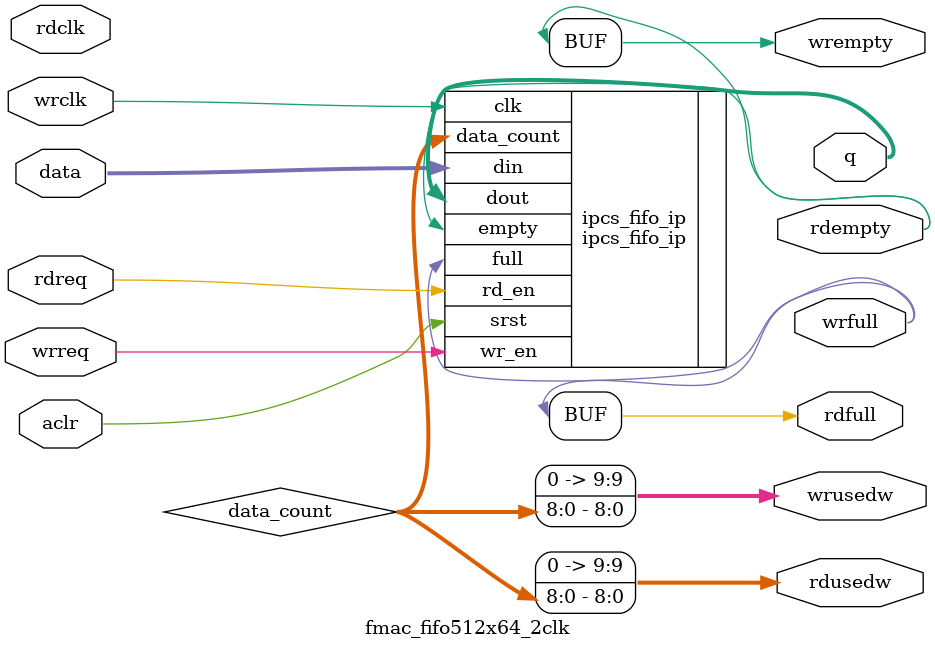
<source format=v>


`timescale 1ns/10ps

module fmac_fifo512x64_2clk 

(
			aclr,

			wrclk,                            // i,Clk for writing data                                    
			wrreq,                            // i,request to write                                        
			data,                             // i,Data coming in                                          
			wrfull,                           // o,indicates fifo is full or not (To avoid overiding)      
			wrempty,                          // o,indicates fifo is empty or not (to avoid underflow)        
			wrusedw,                          // o,number of slots currently in use for writting                                                                    
                                                                                                           
		    rdclk,                             // i,Clk for reading data                                   
			rdreq,                           	// i,Request to read from FIFO                               
			q,    	                         	// o,Data coming out                                         
			rdfull,                          	  // o,indicates fifo is full or not (To avoid overiding)     
			rdempty,                         	 // o,indicates fifo is empty or not (to avoid underflow)        
			rdusedw                          	  //o, number of slots currently in use for reading 

);

parameter 	  WIDTH = 64,
			  DEPTH = 512,
			  PTR	= 9;



			input wire aclr;

			input  wire 				wrclk;                       // i,Clk for writing data                                    
			input  wire 				wrreq;                       // i,request to write                                        
			input  wire [WIDTH-1 : 0]	data;                        // i,Data coming in                                          
			output wire					wrfull;                      // o,indicates fifo is full or not (To avoid overiding)      
			output wire 			 	wrempty;                     // o,indicates fifo is empty or not (to avoid underflow)                             
			output wire	[PTR : 0]		wrusedw;                     // o,number of slots currently in use for writting                                                                                         
                                                                                                                                  
		    input  wire 				rdclk;                        // i,Clk for reading data                                   
			input  wire 				rdreq;                      	// i,Request to read from FIFO                               
			output wire [WIDTH-1 : 0]	q;    		                	// o,Data coming out                                         
			output wire 				rdfull;                     	 // o,indicates fifo is full or not (To avoid overiding)   
			output wire 				rdempty;                    	  // o,indicates fifo is empty or not (to avoid underflow)       
			output wire [PTR  : 0] 		rdusedw;                    	    //o, number of slots currently in use for reading     


            wire		[PTR-1  : 0]	data_count;     // number of slots currently in use for writting  

	assign	wrusedw	=	{1'b0, data_count};
	assign	rdusedw	=	{1'b0, data_count};
	assign	wrempty	=	rdempty;
	assign	rdfull	=	wrfull;
	
	
	ipcs_fifo_ip 	
						//#(.WIDTH (8),		
					  	//	  .DEPTH (4096),
					 	//	  .PTR	 (12) )		
 											
    ipcs_fifo_ip (
			.srst	(aclr),		
			
			.clk	(wrclk),			// Clk to write data
			.wr_en	(wrreq),	      	// write enable                                                
			.din	(data),		  		// write data                                                 
			.full	(wrfull),	      	// indicates fifo is full or not (To avoid overiding)           
			.data_count(data_count),	// wrusedw -number of locations filled in fifo
                                                                                                               
			.rd_en	(rdreq),	     	// i-1, read enable of data FIFO                                    
			.dout	(q),		     	// Dataout of data FIFO                              
			.empty	(rdempty)	    	// indicates fifo is empty or not (to avoid underflow)      
		 );
		 
		 
endmodule
</source>
